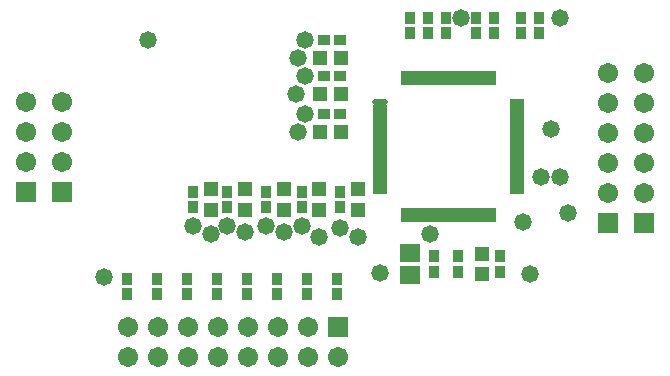
<source format=gts>
G04 CAM350/DFMSTREAM V11.0 (Build 715) Date:  Thu Jan 31 17:38:16 2019 *
G04 Database: (Untitled) *
G04 Layer 11: pcb2-1 *
%FSTAX43Y43*%
%MOMM*%
%SFA1.000B1.000*%

%MIA0B0*%
%IPPOS*%
%ADD29R,1.10300X0.90300*%
%ADD30R,0.90300X1.10300*%
%ADD31R,1.20300X1.30300*%
%ADD32R,1.70300X1.50300*%
%ADD33R,0.50300X1.30300*%
%ADD34R,1.30300X0.50300*%
%ADD35R,1.30300X1.20300*%
%ADD36O,1.30300X0.50300*%
%ADD37C,1.70300*%
%ADD38R,1.70300X1.70300*%
%ADD39C,1.47300*%
%LNpcb2-1*%
%LPD*%
G54D29*
X0077073Y0080517D03*
X0078373D03*
X0077073Y0083565D03*
X0078373D03*
X0077073Y0077342D03*
X0078373D03*
G54D30*
X0091947Y0063992D03*
Y0065292D03*
X0089915Y0085485D03*
Y0084185D03*
X0091439Y0085485D03*
Y0084185D03*
X0088391Y0063992D03*
Y0065292D03*
X0087375Y0085485D03*
Y0084185D03*
X0086359Y0063992D03*
Y0065292D03*
X0065912Y0069453D03*
Y0070753D03*
X0093725Y0085485D03*
Y0084185D03*
X0095249Y0085485D03*
Y0084185D03*
X0084327Y0085485D03*
Y0084185D03*
X0085851Y0085485D03*
Y0084185D03*
X0072135Y0069453D03*
Y0070753D03*
X0068833Y0069453D03*
Y0070753D03*
X0075183Y0069453D03*
Y0070753D03*
X0078358Y0069453D03*
Y0070753D03*
X0060324Y0063387D03*
Y0062087D03*
X0062864Y0063387D03*
Y0062087D03*
X0065404Y0063387D03*
Y0062087D03*
X0067944Y0063387D03*
Y0062087D03*
X0070484Y0063387D03*
Y0062087D03*
X0073024Y0063387D03*
Y0062087D03*
X0075564Y0063387D03*
Y0062087D03*
X0078104Y0063387D03*
Y0062087D03*
G54D31*
X0090423Y0065492D03*
Y0063792D03*
X0079882Y0069253D03*
Y0070953D03*
X007658Y0069253D03*
Y0070953D03*
X0073659Y0069253D03*
Y0070953D03*
X0070357Y0069253D03*
Y0070953D03*
X0067436Y0069253D03*
Y0070953D03*
G54D32*
X0084327Y0065592D03*
Y0063692D03*
G54D33*
X0083837Y0080408D03*
X0084337D03*
X0084837D03*
X0085337D03*
X0085837D03*
X0086337D03*
X0086837D03*
X0087337D03*
X0087837D03*
X0088337D03*
X0088837D03*
X0089337D03*
X0089837D03*
X0090337D03*
X0090837D03*
X0091337D03*
Y0068808D03*
X0090837D03*
X0090337D03*
X0089837D03*
X0089337D03*
X0088837D03*
X0088337D03*
X0087837D03*
X0087337D03*
X0086837D03*
X0086337D03*
X0085837D03*
X0085337D03*
X0084837D03*
X0084337D03*
X0083837D03*
G54D34*
X0093387Y0078358D03*
Y0077858D03*
Y0077358D03*
Y0076858D03*
Y0076358D03*
Y0075858D03*
Y0075358D03*
Y0074858D03*
Y0074358D03*
Y0073858D03*
Y0073358D03*
Y0072858D03*
Y0072358D03*
Y0071858D03*
Y0071358D03*
Y0070858D03*
X0081787D03*
Y0071858D03*
Y0072858D03*
Y0073858D03*
Y0074858D03*
Y0075858D03*
Y0076858D03*
Y0077858D03*
Y0077358D03*
Y0076358D03*
Y0075358D03*
Y0074358D03*
Y0073358D03*
Y0072358D03*
Y0071358D03*
G54D35*
X0076746Y0075818D03*
X0078446D03*
X0076746Y0078993D03*
X0078446D03*
X0076746Y0082041D03*
X0078446D03*
G54D36*
X0081787Y0078358D03*
G54D37*
X0054863D03*
Y0075818D03*
X0060451Y0056768D03*
Y0059308D03*
X0062991Y0056768D03*
Y0059308D03*
X0065531Y0056768D03*
Y0059308D03*
X0068071Y0056768D03*
Y0059308D03*
X0070611Y0056768D03*
Y0059308D03*
X0073151Y0056768D03*
Y0059308D03*
X0075691Y0056768D03*
Y0059308D03*
X0078231Y0056768D03*
X0054863Y0073278D03*
X0051815D03*
Y0075818D03*
Y0078358D03*
X0101091Y0070611D03*
Y0073151D03*
Y0075691D03*
Y0078231D03*
Y0080771D03*
X0104139D03*
Y0078231D03*
Y0075691D03*
Y0073151D03*
Y0070611D03*
G54D38*
X0078231Y0059308D03*
X0101091Y0068071D03*
X0104139D03*
X0054863Y0070738D03*
X0051815D03*
G54D39*
X0075437Y0083565D03*
X0074802Y0082041D03*
X0075437Y0080517D03*
X0074675Y0078993D03*
X0075437Y0077342D03*
X0074802Y0075818D03*
X0065912Y0067817D03*
X0067436Y0067182D03*
X0068833Y0067817D03*
X0070357Y0067309D03*
X0072135Y0067817D03*
X0073659Y0067309D03*
X0075183Y0067817D03*
X007658Y0066928D03*
X0078358Y006769D03*
X0079882Y0066928D03*
X0096265Y0076072D03*
X0095376Y0072008D03*
X0097027D03*
X0097012Y0085485D03*
X0093852Y0068198D03*
X0094487Y0063753D03*
X0097662Y006896D03*
X0088645Y008547D03*
X0081787Y006388D03*
X0058449Y0063499D03*
X0062102Y0083565D03*
X0085978Y0067182D03*
M02*

</source>
